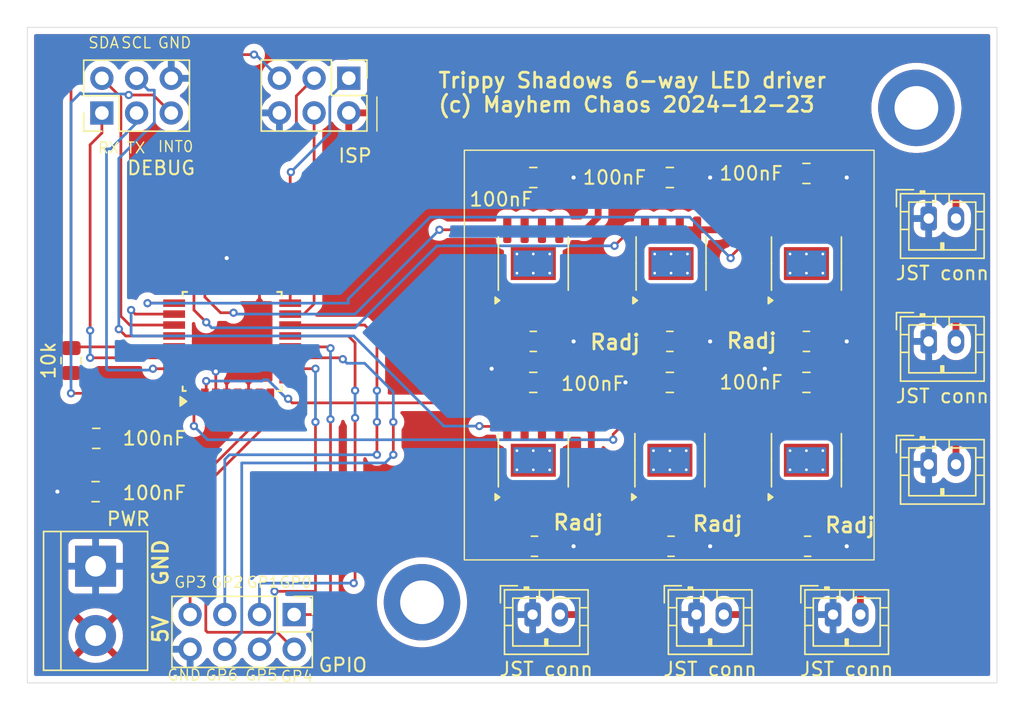
<source format=kicad_pcb>
(kicad_pcb (version 20240108) (generator "pcbnew") (generator_version "8.0")
  (layers (0 "F.Cu" signal) (31 "B.Cu" signal) (34 "B.Paste" user) (35 "F.Paste" user) (36 "B.SilkS" user "B.Silkscreen") (37 "F.SilkS" user "F.Silkscreen") (38 "B.Mask" user) (39 "F.Mask" user) (44 "Edge.Cuts" user))
  (net 0 "")
  (net 1 "VCC")
  (net 2 "GND")
  (net 3 "/SCK")
  (net 4 "/MISO")
  (net 5 "/{slash}RES")
  (net 6 "/MOSI")
  (net 7 "/GPIO6")
  (net 8 "/GPIO1")
  (net 9 "/GPIO2")
  (net 10 "/GPIO3")
  (net 11 "/GPIO0")
  (net 12 "/GPIO5")
  (net 13 "/GPIO4")
  (net 14 "/RXD")
  (net 15 "/SDA")
  (net 16 "/INT0")
  (net 17 "/SCL")
  (net 18 "/TXD")
  (net 19 "/LED0")
  (net 20 "/LED1")
  (net 21 "/LED2")
  (net 22 "/LED3")
  (net 23 "/LED4")
  (net 24 "/LED5")
  (net 25 "Net-(R2-Pad2)")
  (net 26 "Net-(R3-Pad2)")
  (net 27 "Net-(R4-Pad2)")
  (net 28 "Net-(R5-Pad2)")
  (net 29 "Net-(R6-Pad2)")
  (net 30 "Net-(R7-Pad2)")
  (net 32 "/DRV5")
  (net 34 "/DRV2")
  (net 35 "/DRV0")
  (net 36 "/DRV3")
  (net 37 "/DRV4")
  (net 40 "/DRV1")
  (footprint "Capacitor_SMD:C_0805_2012Metric" (layer "F.Cu") (at 155.05 87)
    (property "Reference" "C5" (hide yes))
    (property "Value" "100nF")
  )
  (footprint "Capacitor_SMD:C_0805_2012Metric" (layer "F.Cu") (at 113 95 180)
    (property "Reference" "C1" (hide yes))
    (property "Value" "100nF")
  )
  (footprint "Package_SO:SOIC-8-1EP_3.9x4.9mm_P1.27mm_EP2.41x3.3mm_ThermalVias" (layer "F.Cu") (at 145.05 78.3 90)
    (property "Reference" "U2" (hide yes))
    (property "Value" "CN5711" (hide yes))
  )
  (footprint "Connector_PinHeader_2.54mm:PinHeader_2x03_P2.54mm_Vertical" (layer "F.Cu") (at 131.54 64.725 -90)
    (property "Reference" "J1" (hide yes))
    (property "Value" "ISP")
  )
  (footprint "Connector_PinHeader_2.54mm:PinHeader_2x04_P2.54mm_Vertical" (layer "F.Cu") (at 127.54 104 -90)
    (property "Reference" "J2" (hide yes))
    (property "Value" "GPIO")
  )
  (footprint "Resistor_SMD:R_0805_2012Metric" (layer "F.Cu") (at 145.1375 99 180)
    (property "Reference" "R7" (hide yes))
    (property "Value" "R" (hide yes))
  )
  (footprint "Connector_JST:JST_PH_B2B-PH-K_1x02_P2.00mm_Vertical" (layer "F.Cu") (at 174 93)
    (property "Reference" "J7" (hide yes))
    (property "Value" "JST conn")
  )
  (footprint "Package_QFP:TQFP-32_7x7mm_P0.8mm" (layer "F.Cu") (at 123 84 90)
    (property "Reference" "U1" (hide yes))
    (property "Value" "ATmega328P-AU" (hide yes))
  )
  (footprint "Capacitor_SMD:C_0805_2012Metric" (layer "F.Cu") (at 165.05 87)
    (property "Reference" "C3" (hide yes))
    (property "Value" "100nF")
  )
  (footprint "Package_SO:SOIC-8-1EP_3.9x4.9mm_P1.27mm_EP2.41x3.3mm_ThermalVias" (layer "F.Cu") (at 165.05 78.3 90)
    (property "Reference" "U4" (hide yes))
    (property "Value" "CN5711" (hide yes))
  )
  (footprint "Connector_JST:JST_PH_B2B-PH-K_1x02_P2.00mm_Vertical" (layer "F.Cu") (at 174 75)
    (property "Reference" "J5" (hide yes))
    (property "Value" "JST conn")
  )
  (footprint "Resistor_SMD:R_0805_2012Metric" (layer "F.Cu") (at 155.1375 99 180)
    (property "Reference" "R6" (hide yes))
    (property "Value" "R" (hide yes))
  )
  (footprint "Capacitor_SMD:C_0805_2012Metric" (layer "F.Cu") (at 155.05 72 180)
    (property "Reference" "C4" (hide yes))
    (property "Value" "100nF")
  )
  (footprint "Capacitor_SMD:C_0805_2012Metric" (layer "F.Cu") (at 145.05 87)
    (property "Reference" "C6" (hide yes))
    (property "Value" "100nF" (hide yes))
  )
  (footprint "Connector_JST:JST_PH_B2B-PH-K_1x02_P2.00mm_Vertical" (layer "F.Cu") (at 145 104)
    (property "Reference" "J8" (hide yes))
    (property "Value" "JST conn")
  )
  (footprint "Capacitor_SMD:C_0805_2012Metric" (layer "F.Cu") (at 165.05 71.7)
    (property "Reference" "C2" (hide yes))
    (property "Value" "100nF")
  )
  (footprint "Connector_JST:JST_PH_B2B-PH-K_1x02_P2.00mm_Vertical" (layer "F.Cu") (at 167 104)
    (property "Reference" "J10" (hide yes))
    (property "Value" "JST conn")
  )
  (footprint "Resistor_SMD:R_0805_2012Metric" (layer "F.Cu") (at 165.1375 99 180)
    (property "Reference" "R5" (hide yes))
    (property "Value" "R" (hide yes))
  )
  (footprint "Connector_JST:JST_PH_B2B-PH-K_1x02_P2.00mm_Vertical" (layer "F.Cu") (at 174 84)
    (property "Reference" "J6" (hide yes))
    (property "Value" "JST conn")
  )
  (footprint "Capacitor_SMD:C_0805_2012Metric" (layer "F.Cu") (at 113.05 91.1)
    (property "Reference" "C8" (hide yes))
    (property "Value" "100nF")
  )
  (footprint "MountingHole:MountingHole_3.2mm_M3_DIN965_Pad" (layer "F.Cu") (at 173.1 66.9)
    (property "Reference" "REF**" (hide yes))
    (property "Value" "MountingHole_3.2mm_M3_DIN965_Pad" (hide yes))
  )
  (footprint "MountingHole:MountingHole_3.2mm_M3_DIN965_Pad" (layer "F.Cu") (at 136.9 103.1)
    (property "Reference" "REF**" (hide yes))
    (property "Value" "MountingHole_3.2mm_M3_DIN965_Pad" (hide yes))
  )
  (footprint "Resistor_SMD:R_0805_2012Metric" (layer "F.Cu") (at 165.05 84 180)
    (property "Reference" "R4" (hide yes))
    (property "Value" "R" (hide yes))
  )
  (footprint "Package_SO:SOIC-8-1EP_3.9x4.9mm_P1.27mm_EP2.41x3.3mm_ThermalVias" (layer "F.Cu") (at 145.05 92.7 90)
    (property "Reference" "U5" (hide yes))
    (property "Value" "CN5711" (hide yes))
  )
  (footprint "Package_SO:SOIC-8-1EP_3.9x4.9mm_P1.27mm_EP2.41x3.3mm_ThermalVias" (layer "F.Cu") (at 155.05 92.7 90)
    (property "Reference" "U6" (hide yes))
    (property "Value" "CN5711" (hide yes))
  )
  (footprint "Resistor_SMD:R_0805_2012Metric" (layer "F.Cu") (at 145.05 84 180)
    (property "Reference" "R2" (hide yes))
    (property "Value" "R" (hide yes))
  )
  (footprint "Connector_JST:JST_PH_B2B-PH-K_1x02_P2.00mm_Vertical" (layer "F.Cu") (at 157 104)
    (property "Reference" "J9" (hide yes))
    (property "Value" "JST conn")
  )
  (footprint "TerminalBlock:TerminalBlock_bornier-2_P5.08mm" (layer "F.Cu") (at 113 100.46 -90)
    (property "Reference" "J4" (hide yes))
    (property "Value" "PWR")
  )
  (footprint "Package_SO:SOIC-8-1EP_3.9x4.9mm_P1.27mm_EP2.41x3.3mm_ThermalVias" (layer "F.Cu") (at 165.05 92.7 90)
    (property "Reference" "U7" (hide yes))
    (property "Value" "CN5711" (hide yes))
  )
  (footprint "Resistor_SMD:R_0805_2012Metric" (layer "F.Cu") (at 155.05 84 180)
    (property "Reference" "R3" (hide yes))
    (property "Value" "R" (hide yes))
  )
  (footprint "Package_SO:SOIC-8-1EP_3.9x4.9mm_P1.27mm_EP2.41x3.3mm_ThermalVias" (layer "F.Cu") (at 155.1375 78.3 90)
    (property "Reference" "U3" (hide yes))
    (property "Value" "CN5711" (hide yes))
  )
  (footprint "Resistor_SMD:R_0805_2012Metric" (layer "F.Cu") (at 111.2 85.4 -90)
    (property "Reference" "R1" (hide yes))
    (property "Value" "10k")
  )
  (footprint "Capacitor_SMD:C_0805_2012Metric" (layer "F.Cu") (at 145.05 72 180)
    (property "Reference" "C7" (hide yes))
    (property "Value" "100nF")
  )
  (footprint "Connector_PinHeader_2.54mm:PinHeader_2x03_P2.54mm_Vertical" (layer "F.Cu") (at 113.46 67.275 90)
    (property "Reference" "J3" (hide yes))
    (property "Value" "DEBUG")
  )
  (gr_rect (start 140 70) (end 170 100) (stroke (width 0.1)) (fill none) (layer "F.SilkS"))
  (gr_line (start 133.6 66.1) (end 133.6 68.6) (stroke (width 0.1)) (layer "F.SilkS"))
  (gr_rect (start 108 61) (end 179 109) (stroke (width 0.05)) (fill none) (layer "Edge.Cuts"))
  (gr_text "Radj" (at 159.1 84.6 0) (layer "F.SilkS") (effects (font (size 1.1 1.1) (thickness 0.2) (bold yes)) (justify left bottom)))
  (gr_text "GND" (at 117.5 62.6 0) (layer "F.SilkS") (effects (font (size 0.8 0.8) (thickness 0.1)) (justify left bottom)))
  (gr_text "SCL" (at 114.8 62.6 0) (layer "F.SilkS") (effects (font (size 0.8 0.8) (thickness 0.1)) (justify left bottom)))
  (gr_text "GND" (at 118.4 102 90) (layer "F.SilkS") (effects (font (size 1.1 1.1) (thickness 0.2) (bold yes)) (justify left bottom)))
  (gr_text "GP3" (at 118.7 102.1 0) (layer "F.SilkS") (effects (font (size 0.8 0.8) (thickness 0.1)) (justify left bottom)))
  (gr_text "RX" (at 113.1 70.3 0) (layer "F.SilkS") (effects (font (size 0.8 0.8) (thickness 0.1)) (justify left bottom)))
  (gr_text "Radj" (at 166.3 98.1 0) (layer "F.SilkS") (effects (font (size 1.1 1.1) (thickness 0.2) (bold yes)) (justify left bottom)))
  (gr_text "SDA" (at 112.4 62.6 0) (layer "F.SilkS") (effects (font (size 0.8 0.8) (thickness 0.1)) (justify left bottom)))
  (gr_text "GP1" (at 124 102.1 0) (layer "F.SilkS") (effects (font (size 0.8 0.8) (thickness 0.1)) (justify left bottom)))
  (gr_text "GND" (at 118.2 108.9 0) (layer "F.SilkS") (effects (font (size 0.8 0.8) (thickness 0.1)) (justify left bottom)))
  (gr_text "Radj" (at 156.6 98 0) (layer "F.SilkS") (effects (font (size 1.1 1.1) (thickness 0.2) (bold yes)) (justify left bottom)))
  (gr_text "GP4\n" (at 126.5 109 0) (layer "F.SilkS") (effects (font (size 0.8 0.8) (thickness 0.1)) (justify left bottom)))
  (gr_text "GP6" (at 121 108.9 0) (layer "F.SilkS") (effects (font (size 0.8 0.8) (thickness 0.1)) (justify left bottom)))
  (gr_text "TX" (at 115.2 70.3 0) (layer "F.SilkS") (effects (font (size 0.8 0.8) (thickness 0.1)) (justify left bottom)))
  (gr_text "GP0" (at 126.4 102.1 0) (layer "F.SilkS") (effects (font (size 0.8 0.8) (thickness 0.1)) (justify left bottom)))
  (gr_text "5V" (at 118.4 106.2 90) (layer "F.SilkS") (effects (font (size 1.1 1.1) (thickness 0.2) (bold yes)) (justify left bottom)))
  (gr_text "INT0\n" (at 117.5 70.2 0) (layer "F.SilkS") (effects (font (size 0.8 0.8) (thickness 0.1)) (justify left bottom)))
  (gr_text "Radj" (at 146.4 97.9 0) (layer "F.SilkS") (effects (font (size 1.1 1.1) (thickness 0.2) (bold yes)) (justify left bottom)))
  (gr_text "Trippy Shadows 6-way LED driver\n(c) Mayhem Chaos 2024-12-23" (at 138 67.3 0) (layer "F.SilkS") (effects (font (size 1.1 1.1) (thickness 0.2) (bold yes)) (justify left bottom)))
  (gr_text "Radj" (at 149.1 84.7 0) (layer "F.SilkS") (effects (font (size 1.1 1.1) (thickness 0.2) (bold yes)) (justify left bottom)))
  (gr_text "GP5\n" (at 123.9 108.9 0) (layer "F.SilkS") (effects (font (size 0.8 0.8) (thickness 0.1)) (justify left bottom)))
  (gr_text "GP2\n" (at 121.4 102.1 0) (layer "F.SilkS") (effects (font (size 0.8 0.8) (thickness 0.1)) (justify left bottom)))
  (segment (start 122.7 86.6) (end 124.2 86.6) (width 0.2) (layer "F.Cu") (net 1))
  (segment (start 165.685 80.775) (end 165.685 81.785) (width 0.2) (layer "F.Cu") (net 1))
  (segment (start 124.2 86.6) (end 124.2 88.25) (width 0.2) (layer "F.Cu") (net 1))
  (segment (start 122.6 88.25) (end 122.6 86.7) (width 0.2) (layer "F.Cu") (net 1))
  (segment (start 122.6 86.7) (end 122.7 86.6) (width 0.2) (layer "F.Cu") (net 1))
  (segment (start 125 79.75) (end 125 82) (width 0.2) (layer "F.Cu") (net 1))
  (segment (start 125 82) (end 124.2 82.8) (width 0.2) (layer "F.Cu") (net 1))
  (segment (start 124.2 82.8) (end 124.2 86.6) (width 0.2) (layer "F.Cu") (net 1))
  (segment (start 125 79.75) (end 125 78.2) (width 0.2) (layer "F.Cu") (net 1))
  (segment (start 125 78.2) (end 124.7 77.9) (width 0.2) (layer "F.Cu") (net 1))
  (segment (start 164 86) (end 162 86) (width 0.2) (layer "F.Cu") (net 2))
  (segment (start 164.415 82.315) (end 165.1 83) (width 0.2) (layer "F.Cu") (net 2))
  (segment (start 146 72) (end 148 72) (width 0.2) (layer "F.Cu") (net 2))
  (segment (start 121.8 88.25) (end 121.8 89.8) (width 0.2) (layer "F.Cu") (net 2))
  (segment (start 155 84) (end 155.9625 84) (width 0.2) (layer "F.Cu") (net 2))
  (segment (start 154.5025 80.775) (end 154.5025 82.2025) (width 0.2) (layer "F.Cu") (net 2))
  (segment (start 145.1 82.9) (end 145.1 84) (width 0.2) (layer "F.Cu") (net 2))
  (segment (start 144.415 95.175) (end 144.415 96.515) (width 0.2) (layer "F.Cu") (net 2))
  (segment (start 145.1 84) (end 145.9625 84) (width 0.2) (layer "F.Cu") (net 2))
  (segment (start 164.1 87) (end 164.1 86.1) (width 0.2) (layer "F.Cu") (net 2))
  (segment (start 155 82.7) (end 155 84) (width 0.2) (layer "F.Cu") (net 2))
  (segment (start 155.1 97.5) (end 155.1 99) (width 0.2) (layer "F.Cu") (net 2))
  (segment (start 156 72) (end 158 72) (width 0.2) (layer "F.Cu") (net 2))
  (segment (start 144.415 96.515) (end 145.4 97.5) (width 0.2) (layer "F.Cu") (net 2))
  (segment (start 121.8 89.8) (end 122 90) (width 0.2) (layer "F.Cu") (net 2))
  (segment (start 156.05 99) (end 158 99) (width 0.2) (layer "F.Cu") (net 2))
  (segment (start 154.415 95.175) (end 154.415 96.815) (width 0.2) (layer "F.Cu") (net 2))
  (segment (start 145.4 97.5) (end 145.8 97.5) (width 0.2) (layer "F.Cu") (net 2))
  (segment (start 144.415 82.185) (end 144.4 82.2) (width 0.2) (layer "F.Cu") (net 2))
  (segment (start 145.9625 84) (end 148 84) (width 0.2) (layer "F.Cu") (net 2))
  (segment (start 112.1 91.1) (end 112.1 94.95) (width 0.2) (layer "F.Cu") (net 2))
  (segment (start 144.4 82.2) (end 145.1 82.9) (width 0.2) (layer "F.Cu") (net 2))
  (segment (start 144.415 80.775) (end 144.415 82.185) (width 0.2) (layer "F.Cu") (net 2))
  (segment (start 146.05 99) (end 148 99) (width 0.2) (layer "F.Cu") (net 2))
  (segment (start 154.5025 82.2025) (end 155 82.7) (width 0.2) (layer "F.Cu") (net 2))
  (segment (start 164.415 80.775) (end 164.415 82.315) (width 0.2) (layer "F.Cu") (net 2))
  (segment (start 121.8 88.25) (end 121.8 86.2) (width 0.2) (layer "F.Cu") (net 2))
  (segment (start 166.05 99) (end 168 99) (width 0.2) (layer "F.Cu") (net 2))
  (segment (start 154.415 96.815) (end 155.1 97.5) (width 0.2) (layer "F.Cu") (net 2))
  (segment (start 164.415 96.515) (end 166.05 98.15) (width 0.2) (layer "F.Cu") (net 2))
  (segment (start 122 90) (end 123.2 90) (width 0.2) (layer "F.Cu") (net 2))
  (segment (start 123.4 89.8) (end 123.4 88.25) (width 0.2) (layer "F.Cu") (net 2))
  (segment (start 112.1 94.95) (end 112.05 95) (width 0.2) (layer "F.Cu") (net 2))
  (segment (start 144 86) (end 142 86) (width 0.2) (layer "F.Cu") (net 2))
  (segment (start 122.6 79.75) (end 122.6 77.9) (width 0.2) (layer "F.Cu") (net 2))
  (segment (start 165.1 83) (end 165.1 84) (width 0.2) (layer "F.Cu") (net 2))
  (segment (start 123.2 90) (end 123.4 89.8) (width 0.2) (layer "F.Cu") (net 2))
  (segment (start 164.415 95.175) (end 164.415 96.515) (width 0.2) (layer "F.Cu") (net 2))
  (segment (start 146.05 97.75) (end 146.05 99) (width 0.2) (layer "F.Cu") (net 2))
  (segment (start 164.1 86.1) (end 164 86) (width 0.2) (layer "F.Cu") (net 2))
  (segment (start 154.1 87) (end 151.8 87) (width 0.2) (layer "F.Cu") (net 2))
  (segment (start 166.05 98.15) (end 166.05 99) (width 0.2) (layer "F.Cu") (net 2))
  (segment (start 144.1 87) (end 144.1 86.1) (width 0.2) (layer "F.Cu") (net 2))
  (segment (start 165.9625 84) (end 168 84) (width 0.2) (layer "F.Cu") (net 2))
  (segment (start 166 72) (end 168 72) (width 0.2) (layer "F.Cu") (net 2))
  (segment (start 155.1 99) (end 156.05 99) (width 0.2) (layer "F.Cu") (net 2))
  (segment (start 144.1 86.1) (end 144 86) (width 0.2) (layer "F.Cu") (net 2))
  (segment (start 155.9625 84) (end 158 84) (width 0.2) (layer "F.Cu") (net 2))
  (segment (start 165.1 84) (end 165.9625 84) (width 0.2) (layer "F.Cu") (net 2))
  (segment (start 145.8 97.5) (end 146.05 97.75) (width 0.2) (layer "F.Cu") (net 2))
  (segment (start 112.05 95) (end 110.2 95) (width 0.2) (layer "F.Cu") (net 2))
  (via (at 148 84) (size 0.6) (drill 0.3) (layers "F.Cu" "B.Cu") (net 2))
  (via (at 168 99) (size 0.6) (drill 0.3) (layers "F.Cu" "B.Cu") (net 2))
  (via (at 158 72) (size 0.6) (drill 0.3) (layers "F.Cu" "B.Cu") (net 2))
  (via (at 148 72) (size 0.6) (drill 0.3) (layers "F.Cu" "B.Cu") (net 2))
  (via (at 151.8 87) (size 0.6) (drill 0.3) (layers "F.Cu" "B.Cu") (net 2))
  (via (at 148 99) (size 0.6) (drill 0.3) (layers "F.Cu" "B.Cu") (net 2))
  (via (at 110.2 95) (size 0.6) (drill 0.3) (layers "F.Cu" "B.Cu") (net 2))
  (via (at 162 86) (size 0.6) (drill 0.3) (layers "F.Cu" "B.Cu") (net 2))
  (via (at 158 99) (size 0.6) (drill 0.3) (layers "F.Cu" "B.Cu") (net 2))
  (via (at 121.8 86.2) (size 0.6) (drill 0.3) (layers "F.Cu" "B.Cu") (net 2))
  (via (at 142 86) (size 0.6) (drill 0.3) (layers "F.Cu" "B.Cu") (net 2))
  (via (at 122.6 77.9) (size 0.6) (drill 0.3) (layers "F.Cu" "B.Cu") (net 2))
  (via (at 158 84) (size 0.6) (drill 0.3) (layers "F.Cu" "B.Cu") (net 2))
  (via (at 168 72) (size 0.6) (drill 0.3) (layers "F.Cu" "B.Cu") (net 2))
  (via (at 168 84) (size 0.6) (drill 0.3) (layers "F.Cu" "B.Cu") (net 2))
  (segment (start 125.8 79.75) (end 125.8 70.4) (width 0.2) (layer "F.Cu") (net 3))
  (segment (start 127.7 66.025) (end 129 64.725) (width 0.2) (layer "F.Cu") (net 3))
  (segment (start 125.8 70.4) (end 127.7 68.5) (width 0.2) (layer "F.Cu") (net 3))
  (segment (start 127.7 68.5) (end 127.7 66.025) (width 0.2) (layer "F.Cu") (net 3))
  (segment (start 127.25 71.85) (end 127.3 71.8) (width 0.2) (layer "F.Cu") (net 4))
  (segment (start 127.3 71.8) (end 127.3 71.6) (width 0.2) (layer "F.Cu") (net 4))
  (segment (start 127.25 81.2) (end 127.25 71.85) (width 0.2) (layer "F.Cu") (net 4))
  (via (at 127.3 71.6) (size 0.6) (drill 0.3) (layers "F.Cu" "B.Cu") (net 4))
  (segment (start 130.15 66.115) (end 131.54 64.725) (width 0.2) (layer "B.Cu") (net 4))
  (segment (start 130.15 68.75) (end 130.15 66.115) (width 0.2) (layer "B.Cu") (net 4))
  (segment (start 127.3 71.6) (end 130.15 68.75) (width 0.2) (layer "B.Cu") (net 4))
  (segment (start 111.2 63.1) (end 111.3 63) (width 0.2) (layer "F.Cu") (net 5))
  (segment (start 118.75 84.4) (end 111.2875 84.4) (width 0.2) (layer "F.Cu") (net 5))
  (segment (start 111.3 63) (end 124.6 63) (width 0.2) (layer "F.Cu") (net 5))
  (segment (start 118.6625 84.4875) (end 118.75 84.4) (width 0.2) (layer "F.Cu") (net 5))
  (segment (start 111.2 84.4875) (end 111.2 63.1) (width 0.2) (layer "F.Cu") (net 5))
  (segment (start 111.2875 84.4) (end 111.2 84.4875) (width 0.2) (layer "F.Cu") (net 5))
  (via (at 124.6 63) (size 0.6) (drill 0.3) (layers "F.Cu" "B.Cu") (net 5))
  (segment (start 124.735 63) (end 126.46 64.725) (width 0.2) (layer "B.Cu") (net 5))
  (segment (start 127.25 82) (end 128.25 82) (width 0.2) (layer "F.Cu") (net 6))
  (segment (start 129 81.25) (end 129 67.265) (width 0.2) (layer "F.Cu") (net 6))
  (segment (start 128.25 82) (end 129 81.25) (width 0.2) (layer "F.Cu") (net 6))
  (segment (start 131.1 85.3) (end 131 85.2) (width 0.2) (layer "F.Cu") (net 7))
  (segment (start 131 85.2) (end 127.25 85.2) (width 0.2) (layer "F.Cu") (net 7))
  (segment (start 134.8 92.3) (end 134.8 89.9) (width 0.2) (layer "F.Cu") (net 7))
  (via (at 134.8 89.9) (size 0.6) (drill 0.3) (layers "F.Cu" "B.Cu") (net 7))
  (via (at 134.8 92.3) (size 0.6) (drill 0.3) (layers "F.Cu" "B.Cu") (net 7))
  (via (at 131.1 85.3) (size 0.6) (drill 0.3) (layers "F.Cu" "B.Cu") (net 7))
  (segment (start 132.7 85.6) (end 131.4 85.6) (width 0.2) (layer "B.Cu") (net 7))
  (segment (start 134.8 87.7) (end 132.7 85.6) (width 0.2) (layer "B.Cu") (net 7))
  (segment (start 123.7 92.9) (end 134.2 92.9) (width 0.2) (layer "B.Cu") (net 7))
  (segment (start 131.4 85.6) (end 131.1 85.3) (width 0.2) (layer "B.Cu") (net 7))
  (segment (start 134.8 89.9) (end 134.8 87.7) (width 0.2) (layer "B.Cu") (net 7))
  (segment (start 122.46 106.54) (end 123.7 105.3) (width 0.2) (layer "B.Cu") (net 7))
  (segment (start 134.2 92.9) (end 134.8 92.3) (width 0.2) (layer "B.Cu") (net 7))
  (segment (start 123.7 105.3) (end 123.7 92.9) (width 0.2) (layer "B.Cu") (net 7))
  (segment (start 131.5 83.6) (end 132 84.1) (width 0.2) (layer "F.Cu") (net 8))
  (segment (start 127.25 83.6) (end 131.5 83.6) (width 0.2) (layer "F.Cu") (net 8))
  (segment (start 132 101.6) (end 131.9 101.7) (width 0.2) (layer "F.Cu") (net 8))
  (segment (start 132 84.1) (end 132 87.6) (width 0.2) (layer "F.Cu") (net 8))
  (segment (start 132 89.6) (end 132 101.6) (width 0.2) (layer "F.Cu") (net 8))
  (via (at 132 89.6) (size 0.6) (drill 0.3) (layers "F.Cu" "B.Cu") (net 8))
  (via (at 131.9 101.7) (size 0.6) (drill 0.3) (layers "F.Cu" "B.Cu") (net 8))
  (via (at 132 87.6) (size 0.6) (drill 0.3) (layers "F.Cu" "B.Cu") (net 8))
  (segment (start 131.9 101.7) (end 125.1 101.7) (width 0.2) (layer "B.Cu") (net 8))
  (segment (start 132 89.7) (end 132 89.6) (width 0.2) (layer "B.Cu") (net 8))
  (segment (start 125.1 101.7) (end 125 101.8) (width 0.2) (layer "B.Cu") (net 8))
  (segment (start 132 87.6) (end 132 89.6) (width 0.2) (layer "B.Cu") (net 8))
  (segment (start 125 101.8) (end 125 104) (width 0.2) (layer "B.Cu") (net 8))
  (segment (start 132.7 82.8) (end 133.6 83.7) (width 0.2) (layer "F.Cu") (net 9))
  (segment (start 133.6 89.9) (end 133.6 92.3) (width 0.2) (layer "F.Cu") (net 9))
  (segment (start 133.6 83.7) (end 133.6 87.6) (width 0.2) (layer "F.Cu") (net 9))
  (segment (start 127.25 82.8) (end 132.7 82.8) (width 0.2) (layer "F.Cu") (net 9))
  (via (at 133.6 92.3) (size 0.6) (drill 0.3) (layers "F.Cu" "B.Cu") (net 9))
  (via (at 133.6 87.6) (size 0.6) (drill 0.3) (layers "F.Cu" "B.Cu") (net 9))
  (via (at 133.6 89.9) (size 0.6) (drill 0.3) (layers "F.Cu" "B.Cu") (net 9))
  (segment (start 122.8 92.3) (end 122.46 92.64) (width 0.2) (layer "B.Cu") (net 9))
  (segment (start 122.46 92.64) (end 122.46 104) (width 0.2) (layer "B.Cu") (net 9))
  (segment (start 133.6 87.6) (end 133.6 89.9) (width 0.2) (layer "B.Cu") (net 9))
  (segment (start 133.6 92.3) (end 122.8 92.3) (width 0.2) (layer "B.Cu") (net 9))
  (segment (start 119.92 94.78) (end 125 89.7) (width 0.2) (layer "F.Cu") (net 10))
  (segment (start 119.92 104) (end 119.92 94.78) (width 0.2) (layer "F.Cu") (net 10))
  (segment (start 125 89.7) (end 125 88.25) (width 0.2) (layer "F.Cu") (net 10))
  (segment (start 129.9 104) (end 130.2 103.7) (width 0.2) (layer "F.Cu") (net 11))
  (segment (start 130.2 103.7) (end 130.2 89.7) (width 0.2) (layer "F.Cu") (net 11))
  (segment (start 130.1 84.4) (end 127.25 84.4) (width 0.2) (layer "F.Cu") (net 11))
  (segment (start 127.54 104) (end 129.9 104) (width 0.2) (layer "F.Cu") (net 11))
  (segment (start 130.2 84.5) (end 130.1 84.4) (width 0.2) (layer "F.Cu") (net 11))
  (via (at 130.2 84.5) (size 0.6) (drill 0.3) (layers "F.Cu" "B.Cu") (net 11))
  (via (at 130.2 89.7) (size 0.6) (drill 0.3) (layers "F.Cu" "B.Cu") (net 11))
  (segment (start 130.2 89.7) (end 130.2 84.5) (width 0.2) (layer "B.Cu") (net 11))
  (segment (start 129.1 102.3) (end 126.1 102.3) (width 0.2) (layer "F.Cu") (net 12))
  (segment (start 127.25 86) (end 129.1 86) (width 0.2) (layer "F.Cu") (net 12))
  (segment (start 129.1 89.9) (end 129.1 102.3) (width 0.2) (layer "F.Cu") (net 12))
  (via (at 129.1 86) (size 0.6) (drill 0.3) (layers "F.Cu" "B.Cu") (net 12))
  (via (at 129.1 89.9) (size 0.6) (drill 0.3) (layers "F.Cu" "B.Cu") (net 12))
  (via (at 126.1 102.3) (size 0.6) (drill 0.3) (layers "F.Cu" "B.Cu") (net 12))
  (segment (start 129.1 86) (end 129.1 89.9) (width 0.2) (layer "B.Cu") (net 12))
  (segment (start 126.15 105.39) (end 125 106.54) (width 0.2) (layer "B.Cu") (net 12))
  (segment (start 126.15 102.35) (end 126.15 105.39) (width 0.2) (layer "B.Cu") (net 12))
  (segment (start 126.1 102.3) (end 126.15 102.35) (width 0.2) (layer "B.Cu") (net 12))
  (segment (start 120.5 95.1) (end 121.07 95.67) (width 0.2) (layer "F.Cu") (net 13))
  (segment (start 121.07 95.67) (end 121.07 105.17) (width 0.2) (layer "F.Cu") (net 13))
  (segment (start 121.2 105.3) (end 126.3 105.3) (width 0.2) (layer "F.Cu") (net 13))
  (segment (start 126.3 105.3) (end 127.54 106.54) (width 0.2) (layer "F.Cu") (net 13))
  (segment (start 121.07 105.17) (end 121.2 105.3) (width 0.2) (layer "F.Cu") (net 13))
  (segment (start 125.8 88.25) (end 125.8 89.8) (width 0.2) (layer "F.Cu") (net 13))
  (segment (start 125.8 89.8) (end 120.5 95.1) (width 0.2) (layer "F.Cu") (net 13))
  (segment (start 113.46 68.74) (end 112.6 69.6) (width 0.2) (layer "F.Cu") (net 14))
  (segment (start 112.6 69.6) (end 112.6 83.2) (width 0.2) (layer "F.Cu") (net 14))
  (segment (start 112.6 85.2) (end 118.75 85.2) (width 0.2) (layer "F.Cu") (net 14))
  (segment (start 113.46 67.275) (end 113.46 68.74) (width 0.2) (layer "F.Cu") (net 14))
  (via (at 112.6 83.2) (size 0.6) (drill 0.3) (layers "F.Cu" "B.Cu") (net 14))
  (via (at 112.6 85.2) (size 0.6) (drill 0.3) (layers "F.Cu" "B.Cu") (net 14))
  (segment (start 112.6 83.2) (end 112.6 85.2) (width 0.2) (layer "B.Cu") (net 14))
  (segment (start 114.85 82.15) (end 115.5 82.8) (width 0.2) (layer "F.Cu") (net 15))
  (segment (start 114.85 66.125) (end 114.85 82.15) (width 0.2) (layer "F.Cu") (net 15))
  (segment (start 113.46 64.735) (end 114.85 66.125) (width 0.2) (layer "F.Cu") (net 15))
  (segment (start 115.5 82.8) (end 118.75 82.8) (width 0.2) (layer "F.Cu") (net 15))
  (segment (start 117.221878 65.956878) (end 118.54 67.275) (width 0.2) (layer "F.Cu") (net 16))
  (segment (start 115.425965 65.956878) (end 117.221878 65.956878) (width 0.2) (layer "F.Cu") (net 16))
  (segment (start 118.75 87.25) (end 118.2 87.8) (width 0.2) (layer "F.Cu") (net 16))
  (segment (start 118.75 86.8) (end 118.75 87.25) (width 0.2) (layer "F.Cu") (net 16))
  (segment (start 118.2 87.8) (end 111.2 87.8) (width 0.2) (layer "F.Cu") (net 16))
  (via (at 115.425965 65.956878) (size 0.6) (drill 0.3) (layers "F.Cu" "B.Cu") (net 16))
  (via (at 111.2 87.8) (size 0.6) (drill 0.3) (layers "F.Cu" "B.Cu") (net 16))
  (segment (start 111.2 66.5) (end 111.9 65.8) (width 0.2) (layer "B.Cu") (net 16))
  (segment (start 111.9 65.8) (end 111.985 65.885) (width 0.2) (layer "B.Cu") (net 16))
  (segment (start 111.2 87.8) (end 111.2 66.5) (width 0.2) (layer "B.Cu") (net 16))
  (segment (start 111.985 65.885) (end 115.285 65.885) (width 0.2) (layer "B.Cu") (net 16))
  (segment (start 115.356878 65.956878) (end 115.425965 65.956878) (width 0.2) (layer "B.Cu") (net 16))
  (segment (start 115.285 65.885) (end 115.356878 65.956878) (width 0.2) (layer "B.Cu") (net 16))
  (segment (start 115.2 83.6) (end 114.7 83.1) (width 0.2) (layer "F.Cu") (net 17))
  (segment (start 118.75 83.6) (end 115.2 83.6) (width 0.2) (layer "F.Cu") (net 17))
  (via (at 114.7 83.1) (size 0.6) (drill 0.3) (layers "F.Cu" "B.Cu") (net 17))
  (segment (start 117.3 65.6) (end 116.865 65.6) (width 0.2) (layer "B.Cu") (net 17))
  (segment (start 117.3 68) (end 117.3 65.6) (width 0.2) (layer "B.Cu") (net 17))
  (segment (start 114.7 70.6) (end 117.3 68) (width 0.2) (layer "B.Cu") (net 17))
  (segment (start 114.7 83.1) (end 114.7 70.6) (width 0.2) (layer "B.Cu") (net 17))
  (segment (start 116.865 65.6) (end 116 64.735) (width 0.2) (layer "B.Cu") (net 17))
  (segment (start 117.2 86) (end 118.75 86) (width 0.2) (layer "F.Cu") (net 18))
  (via (at 117.2 86) (size 0.6) (drill 0.3) (layers "F.Cu" "B.Cu") (net 18))
  (segment (start 117.1 86.1) (end 117.2 86) (width 0.2) (layer "B.Cu") (net 18))
  (segment (start 113.8 69.9) (end 113.8 86) (width 0.2) (layer "B.Cu") (net 18))
  (segment (start 116 68) (end 114.1 69.9) (width 0.2) (layer "B.Cu") (net 18))
  (segment (start 114.1 69.9) (end 113.8 69.9) (width 0.2) (layer "B.Cu") (net 18))
  (segment (start 113.8 86) (end 113.9 86.1) (width 0.2) (layer "B.Cu") (net 18))
  (segment (start 116 67.275) (end 116 68) (width 0.2) (layer "B.Cu") (net 18))
  (segment (start 113.9 86.1) (end 117.1 86.1) (width 0.2) (layer "B.Cu") (net 18))
  (segment (start 148.625 75.825) (end 145.685 75.825) (width 0.5) (layer "F.Cu") (net 19))
  (segment (start 176 75) (end 176 71.8) (width 0.5) (layer "F.Cu") (net 19))
  (segment (start 176 71.8) (end 175.5 71.3) (width 0.5) (layer "F.Cu") (net 19))
  (segment (start 149.8 71.8) (end 149.8 74.9) (width 0.5) (layer "F.Cu") (net 19))
  (segment (start 169.9 71.3) (end 168.5 69.9) (width 0.5) (layer "F.Cu") (net 19))
  (segment (start 168.5 69.9) (end 151.7 69.9) (width 0.5) (layer "F.Cu") (net 19))
  (segment (start 151.7 69.9) (end 149.8 71.8) (width 0.5) (layer "F.Cu") (net 19))
  (segment (start 175.5 71.3) (end 169.9 71.3) (width 0.5) (layer "F.Cu") (net 19))
  (segment (start 149.8 74.9) (end 148.8 75.9) (width 0.5) (layer "F.Cu") (net 19))
  (segment (start 148.8 75.9) (end 148.7 75.9) (width 0.5) (layer "F.Cu") (net 19))
  (segment (start 148.7 75.9) (end 148.625 75.825) (width 0.5) (layer "F.Cu") (net 19))
  (segment (start 145.685 75.825) (end 146.955 75.825) (width 0.2) (layer "F.Cu") (net 19))
  (segment (start 176 80.3) (end 171.7 80.3) (width 0.5) (layer "F.Cu") (net 20))
  (segment (start 159 74) (end 158.8 74.2) (width 0.5) (layer "F.Cu") (net 20))
  (segment (start 158.8 75.6) (end 158.575 75.825) (width 0.5) (layer "F.Cu") (net 20))
  (segment (start 171.7 80.3) (end 170.7 79.3) (width 0.5) (layer "F.Cu") (net 20))
  (segment (start 170.7 74) (end 159 74) (width 0.5) (layer "F.Cu") (net 20))
  (segment (start 158.575 75.825) (end 155.7725 75.825) (width 0.5) (layer "F.Cu") (net 20))
  (segment (start 176 84) (end 176 80.3) (width 0.5) (layer "F.Cu") (net 20))
  (segment (start 158.8 74.2) (end 158.8 75.6) (width 0.5) (layer "F.Cu") (net 20))
  (segment (start 155.7725 75.825) (end 157.0425 75.825) (width 0.2) (layer "F.Cu") (net 20))
  (segment (start 170.7 79.3) (end 170.7 74) (width 0.5) (layer "F.Cu") (net 20))
  (segment (start 168.9 79.7) (end 168.9 75.7) (width 0.5) (layer "F.Cu") (net 21))
  (segment (start 176 93) (end 176 89.9) (width 0.5) (layer "F.Cu") (net 21))
  (segment (start 168.5 75.7) (end 168.375 75.825) (width 0.5) (layer "F.Cu") (net 21))
  (segment (start 170.7 89.3) (end 169.9 88.5) (width 0.5) (layer "F.Cu") (net 21))
  (segment (start 169 79.8) (end 168.9 79.7) (width 0.5) (layer "F.Cu") (net 21))
  (segment (start 168.9 75.7) (end 168.5 75.7) (width 0.5) (layer "F.Cu") (net 21))
  (segment (start 168.375 75.825) (end 165.685 75.825) (width 0.5) (layer "F.Cu") (net 21))
  (segment (start 169 80.4) (end 169 79.8) (width 0.5) (layer "F.Cu") (net 21))
  (segment (start 175.4 89.3) (end 170.7 89.3) (width 0.5) (layer "F.Cu") (net 21))
  (segment (start 176 89.9) (end 175.4 89.3) (width 0.5) (layer "F.Cu") (net 21))
  (segment (start 165.685 75.825) (end 166.955 75.825) (width 0.2) (layer "F.Cu") (net 21))
  (segment (start 169.9 81.3) (end 169 80.4) (width 0.5) (layer "F.Cu") (net 21))
  (segment (start 169.9 88.5) (end 169.9 81.3) (width 0.5) (layer "F.Cu") (net 21))
  (segment (start 147 104) (end 150.9 104) (width 0.5) (layer "F.Cu") (net 22))
  (segment (start 150.9 95) (end 151 94.9) (width 0.5) (layer "F.Cu") (net 22))
  (segment (start 145.685 90.225) (end 146.955 90.225) (width 0.5) (layer "F.Cu") (net 22))
  (segment (start 150.9 104) (end 150.9 95) (width 0.5) (layer "F.Cu") (net 22))
  (segment (start 149.3 90.6) (end 148.925 90.225) (width 0.5) (layer "F.Cu") (net 22))
  (segment (start 148.925 90.225) (end 146.955 90.225) (width 0.5) (layer "F.Cu") (net 22))
  (segment (start 149.3 94.5) (end 149.3 90.6) (width 0.5) (layer "F.Cu") (net 22))
  (segment (start 151 94.9) (end 149.7 94.9) (width 0.5) (layer "F.Cu") (net 22))
  (segment (start 149.7 94.9) (end 149.3 94.5) (width 0.5) (layer "F.Cu") (net 22))
  (segment (start 161.4 103.9) (end 161.3 104) (width 0.5) (layer "F.Cu") (net 23))
  (segment (start 161.4 90.3) (end 161.4 103.9) (width 0.5) (layer "F.Cu") (net 23))
  (segment (start 161.3 104) (end 159 104) (width 0.5) (layer "F.Cu") (net 23))
  (segment (start 156.955 90.225) (end 155.685 90.225) (width 0.5) (layer "F.Cu") (net 23))
  (segment (start 156.955 90.225) (end 161.325 90.225) (width 0.5) (layer "F.Cu") (net 23))
  (segment (start 161.325 90.225) (end 161.4 90.3) (width 0.5) (layer "F.Cu") (net 23))
  (segment (start 170.5 100.8) (end 169 102.3) (width 0.5) (layer "F.Cu") (net 24))
  (segment (start 168.425 90.225) (end 170.5 92.3) (width 0.5) (layer "F.Cu") (net 24))
  (segment (start 170.5 92.3) (end 170.5 100.8) (width 0.5) (layer "F.Cu") (net 24))
  (segment (start 165.685 90.225) (end 166.955 90.225) (width 0.5) (layer "F.Cu") (net 24))
  (segment (start 169 102.3) (end 169 104) (width 0.5) (layer "F.Cu") (net 24))
  (segment (start 166.955 90.225) (end 168.425 90.225) (width 0.5) (layer "F.Cu") (net 24))
  (segment (start 144.1375 84) (end 144.1375 83.0375) (width 0.2) (layer "F.Cu") (net 25))
  (segment (start 143.145 82.045) (end 143.145 80.775) (width 0.2) (layer "F.Cu") (net 25))
  (segment (start 144.1375 83.0375) (end 143.145 82.045) (width 0.2) (layer "F.Cu") (net 25))
  (segment (start 153.2325 82.3325) (end 154.1375 83.2375) (width 0.2) (layer "F.Cu") (net 26))
  (segment (start 154.1375 83.2375) (end 154.1375 84) (width 0.2) (layer "F.Cu") (net 26))
  (segment (start 153.2325 80.775) (end 153.2325 82.3325) (width 0.2) (layer "F.Cu") (net 26))
  (segment (start 164.1375 83.4375) (end 164.1375 84) (width 0.2) (layer "F.Cu") (net 27))
  (segment (start 163.145 80.775) (end 163.145 82.445) (width 0.2) (layer "F.Cu") (net 27))
  (segment (start 163.145 82.445) (end 164.1375 83.4375) (width 0.2) (layer "F.Cu") (net 27))
  (segment (start 163.145 96.445) (end 164.225 97.525) (width 0.2) (layer "F.Cu") (net 28))
  (segment (start 164.225 97.525) (end 164.225 99) (width 0.2) (layer "F.Cu") (net 28))
  (segment (start 163.145 95.175) (end 163.145 96.445) (width 0.2) (layer "F.Cu") (net 28))
  (segment (start 153.5 97.2) (end 154 97.2) (width 0.2) (layer "F.Cu") (net 29))
  (segment (start 153.145 95.175) (end 153.145 96.845) (width 0.2) (layer "F.Cu") (net 29))
  (segment (start 154.2 97.4) (end 154.2 97.6) (width 0.2) (layer "F.Cu") (net 29))
  (segment (start 154 97.2) (end 154.2 97.4) (width 0.2) (layer "F.Cu") (net 29))
  (segment (start 153.145 96.845) (end 153.5 97.2) (width 0.2) (layer "F.Cu") (net 29))
  (segment (start 154.2 97.6) (end 154.225 97.625) (width 0.2) (layer "F.Cu") (net 29))
  (segment (start 154.225 97.625) (end 154.225 99) (width 0.2) (layer "F.Cu") (net 29))
  (segment (start 143.145 96.745) (end 144.225 97.825) (width 0.2) (layer "F.Cu") (net 30))
  (segment (start 143.145 95.175) (end 143.145 96.745) (width 0.2) (layer "F.Cu") (net 30))
  (segment (start 144.225 97.825) (end 144.225 99) (width 0.2) (layer "F.Cu") (net 30))
  (segment (start 121.1 88.15) (end 121 88.25) (width 0.2) (layer "F.Cu") (net 32))
  (segment (start 161.42 88.5) (end 127.4 88.5) (width 0.2) (layer "F.Cu") (net 32))
  (segment (start 127.4 88.5) (end 127.1 88.2) (width 0.2) (layer "F.Cu") (net 32))
  (segment (start 163.145 90.225) (end 161.42 88.5) (width 0.2) (layer "F.Cu") (net 32))
  (segment (start 121.1 86.9) (end 121.1 88.15) (width 0.2) (layer "F.Cu") (net 32))
  (via (at 127.1 88.2) (size 0.6) (drill 0.3) (layers "F.Cu" "B.Cu") (net 32))
  (via (at 121.1 86.9) (size 0.6) (drill 0.3) (layers "F.Cu" "B.Cu") (net 32))
  (segment (start 127 88.2) (end 125.6 86.8) (width 0.2) (layer "B.Cu") (net 32))
  (segment (start 127.1 88.2) (end 127 88.2) (width 0.2) (layer "B.Cu") (net 32))
  (segment (start 125.3 86.8) (end 125.2 86.9) (width 0.2) (layer "B.Cu") (net 32))
  (segment (start 125.6 86.8) (end 125.3 86.8) (width 0.2) (layer "B.Cu") (net 32))
  (segment (start 125.2 86.9) (end 121.1 86.9) (width 0.2) (layer "B.Cu") (net 32))
  (segment (start 159.5 77.8) (end 159.5 77.9) (width 0.2) (layer "F.Cu") (net 34))
  (segment (start 161.175 75.825) (end 161 76) (width 0.2) (layer "F.Cu") (net 34))
  (segment (start 161 76) (end 161 76.3) (width 0.2) (layer "F.Cu") (net 34))
  (segment (start 163.145 75.825) (end 161.175 75.825) (width 0.2) (layer "F.Cu") (net 34))
  (segment (start 161 76.3) (end 159.5 77.8) (width 0.2) (layer "F.Cu") (net 34))
  (segment (start 116.8 81.2) (end 118.75 81.2) (width 0.2) (layer "F.Cu") (net 34))
  (via (at 159.5 77.9) (size 0.6) (drill 0.3) (layers "F.Cu" "B.Cu") (net 34))
  (via (at 116.8 81.2) (size 0.6) (drill 0.3) (layers "F.Cu" "B.Cu") (net 34))
  (segment (start 137.5 74.9) (end 131.5 80.9) (width 0.2) (layer "B.Cu") (net 34))
  (segment (start 131.5 80.9) (end 131.5 81.2) (width 0.2) (layer "B.Cu") (net 34))
  (segment (start 131.5 81.2) (end 116.8 81.2) (width 0.2) (layer "B.Cu") (net 34))
  (segment (start 156.5 74.9) (end 137.5 74.9) (width 0.2) (layer "B.Cu") (net 34))
  (segment (start 159.5 77.9) (end 156.5 74.9) (width 0.2) (layer "B.Cu") (net 34))
  (segment (start 138 76) (end 138.175 75.825) (width 0.2) (layer "F.Cu") (net 35))
  (segment (start 121 80.75) (end 122.15 81.9) (width 0.2) (layer "F.Cu") (net 35))
  (segment (start 121 79.75) (end 121 80.75) (width 0.2) (layer "F.Cu") (net 35))
  (segment (start 143.145 75.825) (end 138.175 75.825) (width 0.2) (layer "F.Cu") (net 35))
  (segment (start 122.15 81.9) (end 123.1 81.9) (width 0.2) (layer "F.Cu") (net 35))
  (via (at 123.1 81.9) (size 0.6) (drill 0.3) (layers "F.Cu" "B.Cu") (net 35))
  (via (at 138.175 75.825) (size 0.6) (drill 0.3) (layers "F.Cu" "B.Cu") (net 35))
  (segment (start 132 82) (end 123.2 82) (width 0.2) (layer "B.Cu") (net 35))
  (segment (start 123.2 82) (end 123.1 81.9) (width 0.2) (layer "B.Cu") (net 35))
  (segment (start 138.175 75.825) (end 132 82) (width 0.2) (layer "B.Cu") (net 35))
  (segment (start 115.9 82) (end 118.75 82) (width 0.2) (layer "F.Cu") (net 36))
  (segment (start 115.6 81.7) (end 115.9 82) (width 0.2) (layer "F.Cu") (net 36))
  (segment (start 141.125 90.225) (end 141.1 90.2) (width 0.2) (layer "F.Cu") (net 36))
  (segment (start 143.145 90.225) (end 141.125 90.225) (width 0.2) (layer "F.Cu") (net 36))
  (via (at 141.1 90.2) (size 0.6) (drill 0.3) (layers "F.Cu" "B.Cu") (net 36))
  (via (at 115.6 81.7) (size 0.6) (drill 0.3) (layers "F.Cu" "B.Cu") (net 36))
  (segment (start 115.6 83.5) (end 115.6 81.7) (width 0.2) (layer "B.Cu") (net 36))
  (segment (start 138.5 90.2) (end 131.9 83.6) (width 0.2) (layer "B.Cu") (net 36))
  (segment (start 141.1 90.2) (end 138.5 90.2) (width 0.2) (layer "B.Cu") (net 36))
  (segment (start 115.7 83.6) (end 115.6 83.5) (width 0.2) (layer "B.Cu") (net 36))
  (segment (start 131.9 83.6) (end 115.7 83.6) (width 0.2) (layer "B.Cu") (net 36))
  (segment (start 151.525 90.225) (end 151.5 90.2) (width 0.2) (layer "F.Cu") (net 37))
  (segment (start 153.145 90.225) (end 151.525 90.225) (width 0.2) (layer "F.Cu") (net 37))
  (segment (start 150.9 90.8) (end 150.9 91.2) (width 0.2) (layer "F.Cu") (net 37))
  (segment (start 151.5 90.2) (end 150.9 90.8) (width 0.2) (layer "F.Cu") (net 37))
  (segment (start 120.2 90.2) (end 120.2 88.25) (width 0.2) (layer "F.Cu") (net 37))
  (via (at 120.2 90.2) (size 0.6) (drill 0.3) (layers "F.Cu" "B.Cu") (net 37))
  (via (at 150.9 91.2) (size 0.6) (drill 0.3) (layers "F.Cu" "B.Cu") (net 37))
  (segment (start 150.9 91.2) (end 121.2 91.2) (width 0.2) (layer "B.Cu") (net 37))
  (segment (start 121.2 91.2) (end 120.2 90.2) (width 0.2) (layer "B.Cu") (net 37))
  (segment (start 153.2325 75.825) (end 152.175 75.825) (width 0.2) (layer "F.Cu") (net 40))
  (segment (start 152.175 75.825) (end 151 77) (width 0.2) (layer "F.Cu") (net 40))
  (segment (start 120.2 79.75) (end 120.2 81.7) (width 0.2) (layer "F.Cu") (net 40))
  (segment (start 120.2 81.7) (end 121.1 82.6) (width 0.2) (layer "F.Cu") (net 40))
  (via (at 151 77) (size 0.6) (drill 0.3) (layers "F.Cu" "B.Cu") (net 40))
  (via (at 121.1 82.6) (size 0.6) (drill 0.3) (layers "F.Cu" "B.Cu") (net 40))
  (segment (start 138 77) (end 132 83) (width 0.2) (layer "B.Cu") (net 40))
  (segment (start 121.5 83) (end 121.1 82.6) (width 0.2) (layer "B.Cu") (net 40))
  (segment (start 132 83) (end 121.5 83) (width 0.2) (layer "B.Cu") (net 40))
  (segment (start 151 77) (end 138 77) (width 0.2) (layer "B.Cu") (net 40))
  (zone (net 1) (net_name "VCC") (layer "F.Cu") (connect_pads (clearance 0.5)) (min_thickness 0.25) (fill yes (thermal_gap 0.5) (thermal_bridge_width 0.5))
    (polygon (pts (xy 107 60) (xy 180 60) (xy 180 110) (xy 107 110)))
  )
  (zone (net 2) (net_name "GND") (layer "B.Cu") (priority 1) (connect_pads (clearance 0.5)) (min_thickness 0.25) (fill yes (thermal_gap 0.5) (thermal_bridge_width 0.5))
    (polygon (pts (xy 106 59) (xy 181 59) (xy 181 111) (xy 106 111)))
  )
)
</source>
